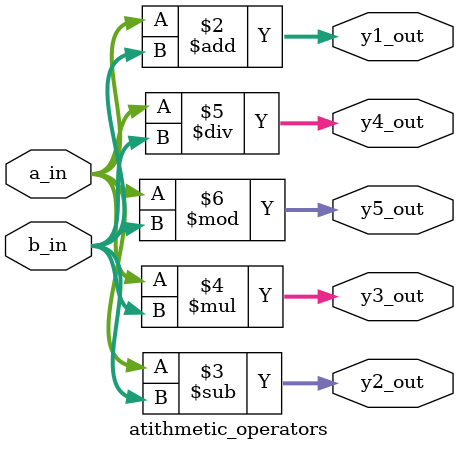
<source format=v>
module atithmetic_operators(input [3:0] a_in, b_in,  output reg [4:0] y1_out,  output reg [7:0] y3_out,  output reg [4:0] y2_out, y4_out, y5_out);

always @ (a_in, b_in)

begin
y1_out = a_in + b_in;
y2_out = a_in - b_in;
y3_out = a_in * b_in;
y4_out = a_in / b_in;
y5_out = a_in % b_in;
end

endmodule
</source>
